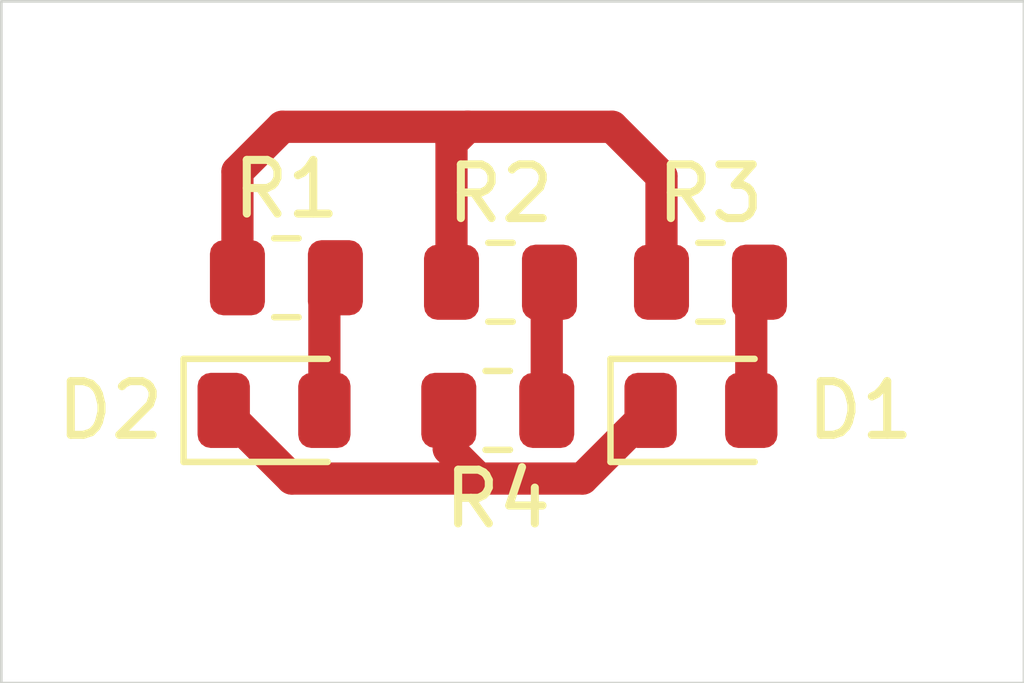
<source format=kicad_pcb>
(kicad_pcb (version 20241229) (generator "pcbnew") (generator_version "9.0")
  (layers (0 "F.Cu" signal) (2 "B.Cu" signal) (13 "F.Paste" user) (15 "B.Paste" user) (5 "F.SilkS" user "F.Silkscreen") (7 "B.SilkS" user "B.Silkscreen") (1 "F.Mask" user) (3 "B.Mask" user) (25 "Edge.Cuts" user))
  (net 0 "")
  (net 1 "GND")
  (net 2 "VCC")
  (net 3 "Net-(D1-A)")
  (net 4 "Net-(D2-A)")
  (net 5 "Net-(R2-Pad2)")
  (footprint "Resistor_SMD:R_0805_2012Metric" (layer "F.Cu") (at 138.8383 87.7824)
    (property "Reference" "R2" (at 0 -1.65 0) (layer "F.SilkS"))
    (property "Value" "R" (hide yes))
    (fp_line (start -0.227064 -0.735) (end 0.227064 -0.735) (stroke (width 0.12)) (layer "F.SilkS"))
    (fp_line (start -0.227064 0.735) (end 0.227064 0.735) (stroke (width 0.12)) (layer "F.SilkS"))
    (pad "1" smd roundrect (at -0.9125 0) (size 1.025 1.4) (layers "F.Cu" "F.Mask" "F.Paste") (roundrect_rratio 0.243902) (net 2 "VCC"))
    (pad "2" smd roundrect (at 0.9125 0) (size 1.025 1.4) (layers "F.Cu" "F.Mask" "F.Paste") (roundrect_rratio 0.243902) (net 5 "Net-(R2-Pad2)"))
  )
  (footprint "LED_SMD:LED_0805_2012Metric" (layer "F.Cu") (at 134.62 90.17)
    (property "Reference" "D2" (at -3.048 0 0) (layer "F.SilkS"))
    (property "Value" "LED")
    (fp_line (start -1.685 -0.96) (end -1.685 0.96) (stroke (width 0.12)) (layer "F.SilkS"))
    (fp_line (start -1.685 0.96) (end 1 0.96) (stroke (width 0.12)) (layer "F.SilkS"))
    (fp_line (start 1 -0.96) (end -1.685 -0.96) (stroke (width 0.12)) (layer "F.SilkS"))
    (pad "1" smd roundrect (at -0.9375 0) (size 0.975 1.4) (layers "F.Cu" "F.Mask" "F.Paste") (net 1 "GND"))
    (pad "2" smd roundrect (at 0.9375 0) (size 0.975 1.4) (layers "F.Cu" "F.Mask" "F.Paste") (net 4 "Net-(D2-A)"))
  )
  (footprint "Resistor_SMD:R_0805_2012Metric" (layer "F.Cu") (at 142.7499 87.7824)
    (property "Reference" "R3" (at 0 -1.65 0) (layer "F.SilkS"))
    (property "Value" "R" (hide yes))
    (fp_line (start -0.227064 -0.735) (end 0.227064 -0.735) (stroke (width 0.12)) (layer "F.SilkS"))
    (fp_line (start -0.227064 0.735) (end 0.227064 0.735) (stroke (width 0.12)) (layer "F.SilkS"))
    (pad "1" smd roundrect (at -0.9125 0) (size 1.025 1.4) (layers "F.Cu" "F.Mask" "F.Paste") (roundrect_rratio 0.243902) (net 2 "VCC"))
    (pad "2" smd roundrect (at 0.9125 0) (size 1.025 1.4) (layers "F.Cu" "F.Mask" "F.Paste") (roundrect_rratio 0.243902) (net 3 "Net-(D1-A)"))
  )
  (footprint "LED_SMD:LED_0805_2012Metric" (layer "F.Cu") (at 142.5725 90.17)
    (property "Reference" "D1" (at 2.9695 0 0) (layer "F.SilkS"))
    (property "Value" "LED")
    (fp_line (start -1.685 -0.96) (end -1.685 0.96) (stroke (width 0.12)) (layer "F.SilkS"))
    (fp_line (start -1.685 0.96) (end 1 0.96) (stroke (width 0.12)) (layer "F.SilkS"))
    (fp_line (start 1 -0.96) (end -1.685 -0.96) (stroke (width 0.12)) (layer "F.SilkS"))
    (pad "1" smd roundrect (at -0.9375 0) (size 0.975 1.4) (layers "F.Cu" "F.Mask" "F.Paste") (net 1 "GND"))
    (pad "2" smd roundrect (at 0.9375 0) (size 0.975 1.4) (layers "F.Cu" "F.Mask" "F.Paste") (net 3 "Net-(D1-A)"))
  )
  (footprint "Resistor_SMD:R_0805_2012Metric" (layer "F.Cu") (at 138.7875 90.17 180)
    (property "Reference" "R4" (at 0 -1.65 0) (layer "F.SilkS"))
    (property "Value" "R")
    (fp_line (start -0.227064 0.735) (end 0.227064 0.735) (stroke (width 0.12)) (layer "F.SilkS"))
    (fp_line (start -0.227064 -0.735) (end 0.227064 -0.735) (stroke (width 0.12)) (layer "F.SilkS"))
    (pad "1" smd roundrect (at -0.9125 0 180) (size 1.025 1.4) (layers "F.Cu" "F.Mask" "F.Paste") (roundrect_rratio 0.243902) (net 5 "Net-(R2-Pad2)"))
    (pad "2" smd roundrect (at 0.9125 0 180) (size 1.025 1.4) (layers "F.Cu" "F.Mask" "F.Paste") (roundrect_rratio 0.243902) (net 1 "GND"))
  )
  (footprint "Resistor_SMD:R_0805_2012Metric" (layer "F.Cu") (at 134.8505 87.699)
    (property "Reference" "R1" (at 0 -1.65 0) (layer "F.SilkS"))
    (property "Value" "R" (hide yes))
    (fp_line (start -0.227064 -0.735) (end 0.227064 -0.735) (stroke (width 0.12)) (layer "F.SilkS"))
    (fp_line (start -0.227064 0.735) (end 0.227064 0.735) (stroke (width 0.12)) (layer "F.SilkS"))
    (pad "1" smd roundrect (at -0.9125 0) (size 1.025 1.4) (layers "F.Cu" "F.Mask" "F.Paste") (roundrect_rratio 0.243902) (net 2 "VCC"))
    (pad "2" smd roundrect (at 0.9125 0) (size 1.025 1.4) (layers "F.Cu" "F.Mask" "F.Paste") (roundrect_rratio 0.243902) (net 4 "Net-(D2-A)"))
  )
  (gr_rect (start 129.54 82.55) (end 148.59 95.25) (stroke (width 0.05)) (fill no) (layer "Edge.Cuts"))
  (segment (start 138.43 91.44) (end 134.9525 91.44) (width 0.6) (layer "F.Cu") (net 1))
  (segment (start 141.635 90.17) (end 140.365 91.44) (width 0.6) (layer "F.Cu") (net 1))
  (segment (start 137.875 90.885) (end 138.43 91.44) (width 0.6) (layer "F.Cu") (net 1))
  (segment (start 137.875 90.17) (end 137.875 90.885) (width 0.6) (layer "F.Cu") (net 1))
  (segment (start 140.365 91.44) (end 138.43 91.44) (width 0.6) (layer "F.Cu") (net 1))
  (segment (start 134.9525 91.44) (end 133.6825 90.17) (width 0.6) (layer "F.Cu") (net 1))
  (segment (start 137.9258 85.1878) (end 138.2268 84.8868) (width 0.6) (layer "F.Cu") (net 2))
  (segment (start 138.2268 84.8868) (end 140.9192 84.8868) (width 0.6) (layer "F.Cu") (net 2))
  (segment (start 140.9192 84.8868) (end 141.8374 85.805) (width 0.6) (layer "F.Cu") (net 2))
  (segment (start 134.7724 84.8868) (end 138.2268 84.8868) (width 0.6) (layer "F.Cu") (net 2))
  (segment (start 133.938 87.699) (end 133.938 85.7212) (width 0.6) (layer "F.Cu") (net 2))
  (segment (start 133.938 85.7212) (end 134.7724 84.8868) (width 0.6) (layer "F.Cu") (net 2))
  (segment (start 141.8374 85.805) (end 141.8374 87.7824) (width 0.6) (layer "F.Cu") (net 2))
  (segment (start 137.9258 87.7824) (end 137.9258 85.1878) (width 0.6) (layer "F.Cu") (net 2))
  (segment (start 143.51 90.17) (end 143.51 87.9348) (width 0.6) (layer "F.Cu") (net 3))
  (segment (start 143.51 87.9348) (end 143.6624 87.7824) (width 0.6) (layer "F.Cu") (net 3))
  (segment (start 135.5575 87.9045) (end 135.763 87.699) (width 0.6) (layer "F.Cu") (net 4))
  (segment (start 135.5575 90.17) (end 135.5575 87.9045) (width 0.6) (layer "F.Cu") (net 4))
  (segment (start 139.7 90.17) (end 139.7 87.8332) (width 0.6) (layer "F.Cu") (net 5))
  (segment (start 139.7 87.8332) (end 139.7508 87.7824) (width 0.6) (layer "F.Cu") (net 5))
)
</source>
